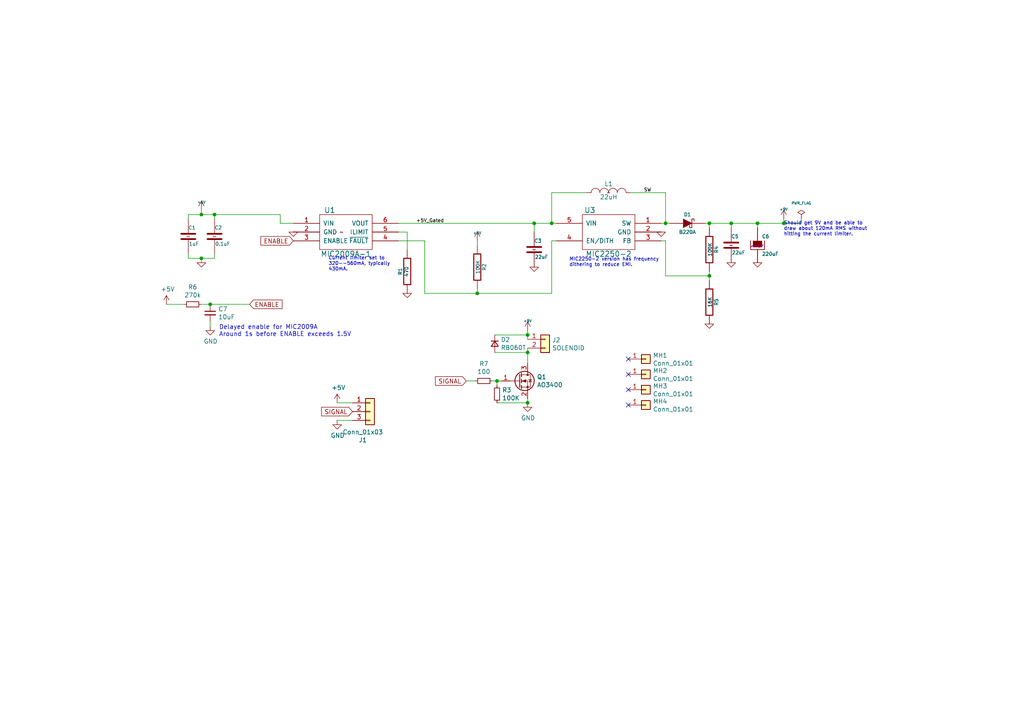
<source format=kicad_sch>
(kicad_sch (version 20230121) (generator eeschema)
  (paper "A4")
  (title_block (title "noname.sch") (date "11 aug 2014"))
  (lib_symbols
    (symbol "Connector_Generic:Conn_01x01" (pin_names (offset 1.016) hide)
      (property "Reference" "J" (at 0 2.54 0))
      (property "Value" "Conn_01x01" (at 0 -2.54 0))
      (symbol "Conn_01x01_1_1"
        (rectangle (start -1.27 0.127) (end 0 -0.127) (stroke (width 0.1524)))
        (rectangle (start -1.27 1.27) (end 1.27 -1.27) (stroke (width 0.254)) (fill (type background)))
        (pin passive line (at -5.08 0 0) (length 3.81) (name "Pin_1") (number "1"))
      )
    )
    (symbol "Connector_Generic:Conn_01x02" (pin_names (offset 1.016) hide)
      (property "Reference" "J" (at 0 2.54 0))
      (property "Value" "Conn_01x02" (at 0 -5.08 0))
      (symbol "Conn_01x02_1_1"
        (rectangle (start -1.27 -2.413) (end 0 -2.667) (stroke (width 0.1524)))
        (rectangle (start -1.27 0.127) (end 0 -0.127) (stroke (width 0.1524)))
        (rectangle (start -1.27 1.27) (end 1.27 -3.81) (stroke (width 0.254)) (fill (type background)))
        (pin passive line (at -5.08 0 0) (length 3.81) (name "Pin_1") (number "1"))
        (pin passive line (at -5.08 -2.54 0) (length 3.81) (name "Pin_2") (number "2"))
      )
    )
    (symbol "Connector_Generic:Conn_01x03" (pin_names (offset 1.016) hide)
      (property "Reference" "J" (at 0 5.08 0))
      (property "Value" "Conn_01x03" (at 0 -5.08 0))
      (symbol "Conn_01x03_1_1"
        (rectangle (start -1.27 -2.413) (end 0 -2.667) (stroke (width 0.1524)))
        (rectangle (start -1.27 0.127) (end 0 -0.127) (stroke (width 0.1524)))
        (rectangle (start -1.27 2.667) (end 0 2.413) (stroke (width 0.1524)))
        (rectangle (start -1.27 3.81) (end 1.27 -3.81) (stroke (width 0.254)) (fill (type background)))
        (pin passive line (at -5.08 2.54 0) (length 3.81) (name "Pin_1") (number "1"))
        (pin passive line (at -5.08 0 0) (length 3.81) (name "Pin_2") (number "2"))
        (pin passive line (at -5.08 -2.54 0) (length 3.81) (name "Pin_3") (number "3"))
      )
    )
    (symbol "Device:C_Small" (pin_numbers hide) (pin_names (offset 0.254) hide)
      (property "Reference" "C" (at 0.254 1.778 0))
      (property "Value" "C_Small" (at 0.254 -2.032 0))
      (symbol "C_Small_0_1"
        (polyline (pts (xy -1.524 -0.508) (xy 1.524 -0.508)) (stroke (width 0.3302)))
        (polyline (pts (xy -1.524 0.508) (xy 1.524 0.508)) (stroke (width 0.3048)))
      )
      (symbol "C_Small_1_1"
        (pin passive line (at 0 2.54 270) (length 2.032) (name "~") (number "1"))
        (pin passive line (at 0 -2.54 90) (length 2.032) (name "~") (number "2"))
      )
    )
    (symbol "Device:D_Small" (pin_numbers hide) (pin_names (offset 0.254) hide)
      (property "Reference" "D" (at -1.27 2.032 0))
      (property "Value" "D_Small" (at -3.81 -2.032 0))
      (symbol "D_Small_0_1"
        (polyline (pts (xy -0.762 -1.016) (xy -0.762 1.016)) (stroke (width 0.254)))
        (polyline (pts (xy -0.762 0) (xy 0.762 0)))
        (polyline (pts (xy 0.762 -1.016) (xy -0.762 0) (xy 0.762 1.016) (xy 0.762 -1.016)) (stroke (width 0.254)))
      )
      (symbol "D_Small_1_1"
        (pin passive line (at -2.54 0 0) (length 1.778) (name "K") (number "1"))
        (pin passive line (at 2.54 0 180) (length 1.778) (name "A") (number "2"))
      )
    )
    (symbol "Device:Q_NMOS_GSD" (pin_names (offset 0) hide)
      (property "Reference" "Q" (at 5.08 1.27 0))
      (property "Value" "Q_NMOS_GSD" (at 5.08 -1.27 0))
      (symbol "Q_NMOS_GSD_0_1"
        (polyline (pts (xy 0.254 0) (xy -2.54 0)))
        (polyline (pts (xy 0.254 1.905) (xy 0.254 -1.905)) (stroke (width 0.254)))
        (polyline (pts (xy 0.762 -1.27) (xy 0.762 -2.286)) (stroke (width 0.254)))
        (polyline (pts (xy 0.762 0.508) (xy 0.762 -0.508)) (stroke (width 0.254)))
        (polyline (pts (xy 0.762 2.286) (xy 0.762 1.27)) (stroke (width 0.254)))
        (polyline (pts (xy 2.54 2.54) (xy 2.54 1.778)))
        (polyline (pts (xy 2.54 -2.54) (xy 2.54 0) (xy 0.762 0)))
        (polyline (pts (xy 0.762 -1.778) (xy 3.302 -1.778) (xy 3.302 1.778) (xy 0.762 1.778)))
        (polyline (pts (xy 1.016 0) (xy 2.032 0.381) (xy 2.032 -0.381) (xy 1.016 0)) (fill (type outline)))
        (polyline (pts (xy 2.794 0.508) (xy 2.921 0.381) (xy 3.683 0.381) (xy 3.81 0.254)))
        (polyline (pts (xy 3.302 0.381) (xy 2.921 -0.254) (xy 3.683 -0.254) (xy 3.302 0.381)))
        (circle (center 1.651 0) (radius 2.794) (stroke (width 0.254)))
        (circle (center 2.54 -1.778) (radius 0.254) (fill (type outline)))
        (circle (center 2.54 1.778) (radius 0.254) (fill (type outline)))
      )
      (symbol "Q_NMOS_GSD_1_1"
        (pin input line (at -5.08 0 0) (length 2.54) (name "G") (number "1"))
        (pin passive line (at 2.54 -5.08 90) (length 2.54) (name "S") (number "2"))
        (pin passive line (at 2.54 5.08 270) (length 2.54) (name "D") (number "3"))
      )
    )
    (symbol "Device:R_Small" (pin_numbers hide) (pin_names (offset 0.254) hide)
      (property "Reference" "R" (at 0.762 0.508 0))
      (property "Value" "R_Small" (at 0.762 -1.016 0))
      (symbol "R_Small_0_1"
        (rectangle (start -0.762 1.778) (end 0.762 -1.778) (stroke (width 0.2032)))
      )
      (symbol "R_Small_1_1"
        (pin passive line (at 0 2.54 270) (length 0.762) (name "~") (number "1"))
        (pin passive line (at 0 -2.54 90) (length 0.762) (name "~") (number "2"))
      )
    )
    (symbol "power:+5V" (power) (pin_names (offset 0))
      (property "Value" "+5V" (at 0 3.556 0))
      (symbol "+5V_0_1"
        (polyline (pts (xy -0.762 1.27) (xy 0 2.54)))
        (polyline (pts (xy 0 0) (xy 0 2.54)))
        (polyline (pts (xy 0 2.54) (xy 0.762 1.27)))
      )
      (symbol "+5V_1_1"
        (pin power_in line (at 0 0 90) (length 0) hide (name "+5V") (number "1"))
      )
    )
    (symbol "power:+9V" (power) (pin_names (offset 0))
      (property "Value" "+9V" (at 0 3.556 0))
      (symbol "+9V_0_1"
        (polyline (pts (xy -0.762 1.27) (xy 0 2.54)))
        (polyline (pts (xy 0 0) (xy 0 2.54)))
        (polyline (pts (xy 0 2.54) (xy 0.762 1.27)))
      )
      (symbol "+9V_1_1"
        (pin power_in line (at 0 0 90) (length 0) hide (name "+9V") (number "1"))
      )
    )
    (symbol "power:GND" (power) (pin_names (offset 0))
      (property "Value" "GND" (at 0 -3.81 0))
      (symbol "GND_0_1"
        (polyline (pts (xy 0 0) (xy 0 -1.27) (xy 1.27 -1.27) (xy 0 -2.54) (xy -1.27 -1.27) (xy 0 -1.27)))
      )
      (symbol "GND_1_1"
        (pin power_in line (at 0 0 270) (length 0) hide (name "GND") (number "1"))
      )
    )
    (symbol "power:PWR_FLAG" (power) (pin_numbers hide) (pin_names (offset 0) hide)
      (property "Value" "PWR_FLAG" (at 0 3.81 0))
      (symbol "PWR_FLAG_0_0"
        (pin power_out line (at 0 0 90) (length 0) (name "pwr") (number "1"))
      )
      (symbol "PWR_FLAG_0_1"
        (polyline (pts (xy 0 0) (xy 0 1.27) (xy -1.016 1.905) (xy 0 2.54) (xy 1.016 1.905) (xy 0 1.27)))
      )
    )
    (symbol "solenoid-driver-rescue:C" (pin_numbers hide) (pin_names (offset 0.254))
      (property "Reference" "C" (at 0 2.54 0))
      (property "Value" "C" (at 0.1524 -2.159 0))
      (symbol "C_0_1"
        (polyline (pts (xy -2.032 -0.762) (xy 2.032 -0.762)) (stroke (width 0.508)))
        (polyline (pts (xy -2.032 0.762) (xy 2.032 0.762)) (stroke (width 0.508)))
      )
      (symbol "C_1_1"
        (pin passive line (at 0 5.08 270) (length 4.318) (name "~") (number "1"))
        (pin passive line (at 0 -5.08 90) (length 4.318) (name "~") (number "2"))
      )
    )
    (symbol "solenoid-driver-rescue:CP" (pin_numbers hide) (pin_names (offset 0.254) hide)
      (property "Reference" "C" (at 1.27 2.54 0))
      (property "Value" "CP" (at 1.27 -2.54 0))
      (symbol "CP_0_1"
        (polyline (pts (xy -2.032 1.27) (xy -2.032 -1.27) (xy 2.032 -1.27) (xy 2.032 1.27)) (stroke (width 0.2032)))
        (polyline (pts (xy -1.27 1.27) (xy -1.27 -0.508) (xy 1.27 -0.508) (xy 1.27 1.27)) (fill (type outline)))
      )
      (symbol "CP_1_1"
        (pin passive line (at 0 5.08 270) (length 3.81) (name "~") (number "1"))
        (pin passive line (at 0 -5.08 90) (length 3.81) (name "~") (number "2"))
      )
    )
    (symbol "solenoid-driver-rescue:DIODESCH" (pin_numbers hide) (pin_names (offset 1.016) hide)
      (property "Reference" "D" (at 0 2.54 0))
      (property "Value" "DIODESCH" (at 0 -2.54 0))
      (symbol "DIODESCH_0_1"
        (polyline (pts (xy -1.27 1.27) (xy 1.27 0) (xy -1.27 -1.27)) (fill (type outline)))
        (polyline (pts (xy 1.905 0.635) (xy 1.905 1.27) (xy 1.27 1.27) (xy 1.27 -1.27) (xy 0.635 -1.27) (xy 0.635 -0.635)) (stroke (width 0.2032)))
      )
      (symbol "DIODESCH_1_1"
        (pin passive line (at -5.08 0 0) (length 3.81) (name "A") (number "1"))
        (pin passive line (at 5.08 0 180) (length 3.81) (name "K") (number "2"))
      )
    )
    (symbol "solenoid-driver-rescue:GND" (power) (pin_names (offset 0))
      (symbol "GND_0_1"
        (polyline (pts (xy -1.27 0) (xy 0 -1.27) (xy 1.27 0) (xy -1.27 0)))
      )
      (symbol "GND_1_1"
        (pin power_in line (at 0 0 90) (length 0) hide (name "GND") (number "1"))
      )
    )
    (symbol "solenoid-driver-rescue:INDUCTOR_SMALL" (pin_numbers hide) (pin_names (offset 0) hide)
      (property "Reference" "L" (at 0 2.54 0))
      (property "Value" "INDUCTOR_SMALL" (at 0 -1.27 0))
      (symbol "INDUCTOR_SMALL_0_1"
        (arc (start -2.54 0) (mid -3.81 1.2645) (end -5.08 0))
        (arc (start 0 0) (mid -1.27 1.2645) (end -2.54 0))
        (arc (start 2.54 0) (mid 1.27 1.2645) (end 0 0))
        (arc (start 5.08 0) (mid 3.81 1.2645) (end 2.54 0))
      )
      (symbol "INDUCTOR_SMALL_1_1"
        (pin input line (at -6.35 0 0) (length 1.27) (name "1") (number "1"))
        (pin input line (at 6.35 0 180) (length 1.27) (name "2") (number "2"))
      )
    )
    (symbol "solenoid-driver-rescue:MIC2009A" (pin_names (offset 1.016))
      (property "Reference" "U" (at -6.35 6.35 0))
      (property "Value" "MIC2009A" (at 0 -6.35 0))
      (symbol "MIC2009A_0_1"
        (rectangle (start -7.62 5.08) (end 7.62 -5.08))
      )
      (symbol "MIC2009A_1_1"
        (pin power_in line (at -15.24 2.54 0) (length 7.62) (name "VIN") (number "1"))
        (pin power_in line (at -15.24 0 0) (length 7.62) (name "GND") (number "2"))
        (pin input line (at -15.24 -2.54 0) (length 7.62) (name "ENABLE") (number "3"))
        (pin open_collector line (at 15.24 -2.54 180) (length 7.62) (name "~{FAULT}") (number "4"))
        (pin passive line (at 15.24 0 180) (length 7.62) (name "ILIMIT") (number "5"))
        (pin power_out line (at 15.24 2.54 180) (length 7.62) (name "VOUT") (number "6"))
      )
    )
    (symbol "solenoid-driver-rescue:MIC2250" (pin_names (offset 1.016))
      (property "Reference" "U" (at -6.35 6.35 0))
      (property "Value" "MIC2250" (at 0 -6.35 0))
      (symbol "MIC2250_0_1"
        (rectangle (start -7.62 5.08) (end 7.62 -5.08))
      )
      (symbol "MIC2250_1_1"
        (pin open_collector line (at -15.24 2.54 0) (length 7.62) (name "SW") (number "1"))
        (pin power_in line (at -15.24 0 0) (length 7.62) (name "GND") (number "2"))
        (pin input line (at -15.24 -2.54 0) (length 7.62) (name "FB") (number "3"))
        (pin input line (at 15.24 -2.54 180) (length 7.62) (name "EN/DITH") (number "4"))
        (pin power_in line (at 15.24 2.54 180) (length 7.62) (name "VIN") (number "5"))
      )
    )
    (symbol "solenoid-driver-rescue:R" (pin_numbers hide) (pin_names (offset 0))
      (property "Reference" "R" (at 2.032 0 90))
      (property "Value" "R" (at 0.1778 0.0254 90))
      (symbol "R_0_1"
        (rectangle (start -1.016 3.81) (end 1.016 -3.81) (stroke (width 0.3048)))
      )
      (symbol "R_1_1"
        (pin passive line (at 0 6.35 270) (length 2.54) (name "~") (number "1"))
        (pin passive line (at 0 -6.35 90) (length 2.54) (name "~") (number "2"))
      )
    )
  )
  (junction (at 205.74 64.77))
  (junction (at 160.02 64.77))
  (junction (at 62.23 62.23))
  (junction (at 153.035 116.84))
  (junction (at 58.42 62.23))
  (junction (at 138.43 85.09))
  (junction (at 154.94 64.77))
  (junction (at 153.035 102.235))
  (junction (at 212.09 64.77))
  (junction (at 144.145 110.49))
  (junction (at 227.33 64.77))
  (junction (at 153.035 97.155))
  (junction (at 219.71 64.77))
  (junction (at 193.04 64.77))
  (junction (at 205.74 80.01))
  (junction (at 58.42 74.93))
  (junction (at 60.96 88.265))
  (no_connect (at 182.245 108.585))
  (no_connect (at 182.245 104.14))
  (no_connect (at 182.245 117.475))
  (no_connect (at 182.245 113.03))
  (wire (pts (xy 58.42 62.23) (xy 62.23 62.23)))
  (wire (pts (xy 54.61 73.66) (xy 54.61 74.93)))
  (wire (pts (xy 153.035 115.57) (xy 153.035 116.84)))
  (wire (pts (xy 60.96 88.265) (xy 72.39 88.265)))
  (wire (pts (xy 205.74 64.77) (xy 212.09 64.77)))
  (wire (pts (xy 193.04 64.77) (xy 193.04 55.88)))
  (wire (pts (xy 205.74 64.77) (xy 205.74 66.04)))
  (wire (pts (xy 160.02 55.88) (xy 170.18 55.88)))
  (wire (pts (xy 138.43 83.82) (xy 138.43 85.09)))
  (wire (pts (xy 153.035 102.235) (xy 153.035 105.41)))
  (wire (pts (xy 135.255 110.49) (xy 137.795 110.49)))
  (wire (pts (xy 154.94 64.77) (xy 154.94 67.31)))
  (wire (pts (xy 191.77 64.77) (xy 193.04 64.77)))
  (wire (pts (xy 153.035 97.155) (xy 153.035 98.425)))
  (wire (pts (xy 219.71 66.04) (xy 219.71 64.77)))
  (wire (pts (xy 81.28 62.23) (xy 81.28 64.77)))
  (wire (pts (xy 193.04 55.88) (xy 182.88 55.88)))
  (wire (pts (xy 144.145 110.49) (xy 142.875 110.49)))
  (wire (pts (xy 62.23 74.93) (xy 62.23 73.66)))
  (wire (pts (xy 138.43 85.09) (xy 160.02 85.09)))
  (wire (pts (xy 193.04 64.77) (xy 194.31 64.77)))
  (wire (pts (xy 204.47 64.77) (xy 205.74 64.77)))
  (wire (pts (xy 143.51 97.155) (xy 153.035 97.155)))
  (wire (pts (xy 58.42 74.93) (xy 62.23 74.93)))
  (wire (pts (xy 205.74 78.74) (xy 205.74 80.01)))
  (wire (pts (xy 62.23 62.23) (xy 81.28 62.23)))
  (wire (pts (xy 160.02 64.77) (xy 160.02 55.88)))
  (wire (pts (xy 232.41 64.77) (xy 232.41 63.5)))
  (wire (pts (xy 219.71 64.77) (xy 227.33 64.77)))
  (wire (pts (xy 54.61 74.93) (xy 58.42 74.93)))
  (wire (pts (xy 58.42 60.96) (xy 58.42 62.23)))
  (wire (pts (xy 154.94 64.77) (xy 160.02 64.77)))
  (wire (pts (xy 48.26 88.265) (xy 53.34 88.265)))
  (wire (pts (xy 144.145 111.76) (xy 144.145 110.49)))
  (wire (pts (xy 138.43 69.85) (xy 138.43 71.12)))
  (wire (pts (xy 205.74 80.01) (xy 193.04 80.01)))
  (wire (pts (xy 123.19 69.85) (xy 115.57 69.85)))
  (wire (pts (xy 212.09 64.77) (xy 212.09 66.04)))
  (wire (pts (xy 58.42 88.265) (xy 60.96 88.265)))
  (wire (pts (xy 160.02 64.77) (xy 161.29 64.77)))
  (wire (pts (xy 160.02 69.85) (xy 161.29 69.85)))
  (wire (pts (xy 60.96 94.615) (xy 60.96 93.345)))
  (wire (pts (xy 153.035 95.885) (xy 153.035 97.155)))
  (wire (pts (xy 193.04 80.01) (xy 193.04 69.85)))
  (wire (pts (xy 123.19 85.09) (xy 138.43 85.09)))
  (wire (pts (xy 205.74 80.01) (xy 205.74 81.28)))
  (wire (pts (xy 97.79 116.84) (xy 102.235 116.84)))
  (wire (pts (xy 153.035 102.235) (xy 143.51 102.235)))
  (wire (pts (xy 118.11 67.31) (xy 118.11 72.39)))
  (wire (pts (xy 227.33 64.77) (xy 232.41 64.77)))
  (wire (pts (xy 62.23 62.23) (xy 62.23 63.5)))
  (wire (pts (xy 115.57 64.77) (xy 154.94 64.77)))
  (wire (pts (xy 193.04 69.85) (xy 191.77 69.85)))
  (wire (pts (xy 115.57 67.31) (xy 118.11 67.31)))
  (wire (pts (xy 160.02 85.09) (xy 160.02 69.85)))
  (wire (pts (xy 81.28 64.77) (xy 85.09 64.77)))
  (wire (pts (xy 54.61 62.23) (xy 58.42 62.23)))
  (wire (pts (xy 153.035 116.84) (xy 144.145 116.84)))
  (wire (pts (xy 212.09 64.77) (xy 219.71 64.77)))
  (wire (pts (xy 145.415 110.49) (xy 144.145 110.49)))
  (wire (pts (xy 227.33 64.77) (xy 227.33 63.5)))
  (wire (pts (xy 153.035 100.965) (xy 153.035 102.235)))
  (wire (pts (xy 58.42 74.93) (xy 58.42 76.2)))
  (wire (pts (xy 97.79 121.92) (xy 102.235 121.92)))
  (wire (pts (xy 54.61 63.5) (xy 54.61 62.23)))
  (wire (pts (xy 123.19 69.85) (xy 123.19 85.09)))
  (text "Current limiter set to\n320--560mA, typically\n430mA." (at 95.25 78.74 0) (effects (font (size 0.9906 0.9906)) (justify left bottom)))
  (text "MIC2250-2 version has frequency\ndithering to reduce EMI." (at 165.1 77.47 0) (effects (font (size 0.9906 0.9906)) (justify left bottom)))
  (text "Delayed enable for MIC2009A\nAround 1s before ENABLE exceeds 1.5V" (at 63.5 97.79 0) (effects (font (size 1.27 1.27)) (justify left bottom)))
  (text "Should get 9V and be able to\ndraw about 120mA RMS without\nhitting the current limiter." (at 227.33 68.58 0) (effects (font (size 0.9906 0.9906)) (justify left bottom)))
  (label "+5V_Gated" (at 120.65 64.77 0) (effects (font (size 0.9906 0.9906))))
  (label "SW" (at 186.69 55.88 0) (effects (font (size 0.9906 0.9906))))
  (global_label "ENABLE" (shape input) (at 85.09 69.85 180) (property "Intersheetrefs" "${INTERSHEET_REFS}" (effects hide)))
  (global_label "ENABLE" (shape input) (at 72.39 88.265 0) (property "Intersheetrefs" "${INTERSHEET_REFS}" (effects hide)))
  (global_label "SIGNAL" (shape input) (at 135.255 110.49 180) (property "Intersheetrefs" "${INTERSHEET_REFS}" (effects hide)))
  (global_label "SIGNAL" (shape input) (at 102.235 119.38 180) (property "Intersheetrefs" "${INTERSHEET_REFS}" (effects hide)))
  (symbol (lib_id "solenoid-driver-rescue:C") (at 62.23 68.58 0) (unit 1)
    (property "Reference" "C2" (at 62.23 66.04 0) (effects (font (size 1.016 1.016)) (justify left)))
    (property "Value" "0.1uF" (at 62.3824 70.739 0) (effects (font (size 1.016 1.016)) (justify left)))
    (property "Footprint" "Capacitor_SMD:C_0805_2012Metric" (effects hide))
    (property "Datasheet" "~" (at 62.23 68.58 0) (effects (font (size 1.524 1.524))))
  )
  (symbol (lib_id "solenoid-driver-rescue:GND") (at 85.09 67.31 0) (unit 1)
    (property "Reference" "#PWR03" (effects hide))
    (property "Value" "GND" (effects hide))
  )
  (symbol (lib_id "solenoid-driver-rescue:MIC2009A") (at 100.33 67.31 0) (unit 1)
    (property "Reference" "U1" (at 93.98 60.96 0) (effects (font (size 1.524 1.524)) (justify left)))
    (property "Value" "MIC2009A-1" (at 100.33 73.66 0) (effects (font (size 1.524 1.524))))
    (property "Footprint" "Package_TO_SOT_SMD:SOT-23-6" (effects hide))
    (property "Datasheet" "~" (at 99.06 67.31 0) (effects (font (size 1.524 1.524))))
  )
  (symbol (lib_id "solenoid-driver-rescue:GND") (at 58.42 76.2 0) (unit 1)
    (property "Reference" "#PWR05" (effects hide))
    (property "Value" "GND" (effects hide))
  )
  (symbol (lib_id "solenoid-driver-rescue:R") (at 118.11 78.74 180) (unit 1)
    (property "Reference" "R1" (at 116.078 78.74 90) (effects (font (size 1.016 1.016))))
    (property "Value" "470" (at 117.9322 78.7654 90) (effects (font (size 1.016 1.016))))
    (property "Footprint" "Resistor_SMD:R_0805_2012Metric" (effects hide))
    (property "Datasheet" "~" (at 118.11 78.74 0) (effects (font (size 0.762 0.762))))
  )
  (symbol (lib_id "solenoid-driver-rescue:GND") (at 118.11 85.09 0) (unit 1)
    (property "Reference" "#PWR06" (effects hide))
    (property "Value" "GND" (effects hide))
  )
  (symbol (lib_id "solenoid-driver-rescue:R") (at 138.43 77.47 0) (unit 1)
    (property "Reference" "R2" (at 140.462 77.47 90) (effects (font (size 1.016 1.016))))
    (property "Value" "100K" (at 138.6078 77.4446 90) (effects (font (size 1.016 1.016))))
    (property "Footprint" "Resistor_SMD:R_0805_2012Metric" (effects hide))
    (property "Datasheet" "~" (at 138.43 77.47 0) (effects (font (size 0.762 0.762))))
  )
  (symbol (lib_id "power:+5V") (at 138.43 69.85 0) (unit 1)
    (property "Reference" "#PWR07" (effects hide))
    (property "Value" "+5V" (at 138.43 67.564 0) (effects (font (size 0.762 0.762))))
  )
  (symbol (lib_id "solenoid-driver-rescue:MIC2250") (at 176.53 67.31 0) (mirror y) (unit 1)
    (property "Reference" "U3" (at 172.72 60.96 0) (effects (font (size 1.524 1.524)) (justify left)))
    (property "Value" "MIC2250-2" (at 176.53 73.66 0) (effects (font (size 1.524 1.524))))
    (property "Footprint" "Package_TO_SOT_SMD:SOT-23-5" (effects hide))
  )
  (symbol (lib_id "solenoid-driver-rescue:C") (at 54.61 68.58 0) (unit 1)
    (property "Reference" "C1" (at 54.61 66.04 0) (effects (font (size 1.016 1.016)) (justify left)))
    (property "Value" "1uF" (at 54.7624 70.739 0) (effects (font (size 1.016 1.016)) (justify left)))
    (property "Footprint" "Capacitor_SMD:C_0805_2012Metric" (effects hide))
    (property "Datasheet" "~" (at 54.61 68.58 0) (effects (font (size 1.524 1.524))))
  )
  (symbol (lib_id "power:+5V") (at 58.42 60.96 0) (unit 1)
    (property "Reference" "#PWR08" (effects hide))
    (property "Value" "+5V" (at 58.42 58.674 0) (effects (font (size 0.762 0.762))))
  )
  (symbol (lib_id "solenoid-driver-rescue:C") (at 154.94 72.39 0) (unit 1)
    (property "Reference" "C3" (at 154.94 69.85 0) (effects (font (size 1.016 1.016)) (justify left)))
    (property "Value" "22uF" (at 155.0924 74.549 0) (effects (font (size 1.016 1.016)) (justify left)))
    (property "Footprint" "Capacitor_SMD:C_1206_3216Metric" (effects hide))
    (property "Datasheet" "~" (at 154.94 72.39 0) (effects (font (size 1.524 1.524))))
  )
  (symbol (lib_id "solenoid-driver-rescue:GND") (at 191.77 67.31 0) (unit 1)
    (property "Reference" "#PWR09" (effects hide))
    (property "Value" "GND" (effects hide))
  )
  (symbol (lib_id "solenoid-driver-rescue:GND") (at 154.94 77.47 0) (unit 1)
    (property "Reference" "#PWR010" (effects hide))
    (property "Value" "GND" (effects hide))
  )
  (symbol (lib_id "solenoid-driver-rescue:INDUCTOR_SMALL") (at 176.53 55.88 0) (unit 1)
    (property "Reference" "L1" (at 176.53 53.34 0))
    (property "Value" "22uH" (at 176.53 57.15 0))
    (property "Footprint" "Inductor_SMD:L_12x12mm_H6mm" (effects hide))
    (property "Datasheet" "~" (at 176.53 55.88 0) (effects (font (size 1.524 1.524))))
  )
  (symbol (lib_id "solenoid-driver-rescue:DIODESCH") (at 199.39 64.77 0) (unit 1)
    (property "Reference" "D1" (at 199.39 62.23 0) (effects (font (size 1.016 1.016))))
    (property "Value" "B220A" (at 199.39 67.31 0) (effects (font (size 1.016 1.016))))
    (property "Footprint" "Diode_SMD:D_SMA" (effects hide))
    (property "Datasheet" "~" (at 199.39 64.77 0) (effects (font (size 1.524 1.524))))
  )
  (symbol (lib_id "solenoid-driver-rescue:R") (at 205.74 72.39 0) (unit 1)
    (property "Reference" "R4" (at 207.772 72.39 90) (effects (font (size 1.016 1.016))))
    (property "Value" "100K" (at 205.9178 72.3646 90) (effects (font (size 1.016 1.016))))
    (property "Footprint" "Resistor_SMD:R_0805_2012Metric" (effects hide))
    (property "Datasheet" "~" (at 205.74 72.39 0) (effects (font (size 0.762 0.762))))
  )
  (symbol (lib_id "solenoid-driver-rescue:R") (at 205.74 87.63 0) (unit 1)
    (property "Reference" "R5" (at 207.772 87.63 90) (effects (font (size 1.016 1.016))))
    (property "Value" "16K" (at 205.9178 87.6046 90) (effects (font (size 1.016 1.016))))
    (property "Footprint" "Resistor_SMD:R_0805_2012Metric" (effects hide))
    (property "Datasheet" "~" (at 205.74 87.63 0) (effects (font (size 0.762 0.762))))
  )
  (symbol (lib_id "solenoid-driver-rescue:GND") (at 205.74 93.98 0) (unit 1)
    (property "Reference" "#PWR011" (effects hide))
    (property "Value" "GND" (effects hide))
  )
  (symbol (lib_id "solenoid-driver-rescue:C") (at 212.09 71.12 0) (unit 1)
    (property "Reference" "C5" (at 212.09 68.58 0) (effects (font (size 1.016 1.016)) (justify left)))
    (property "Value" "22uF" (at 212.2424 73.279 0) (effects (font (size 1.016 1.016)) (justify left)))
    (property "Footprint" "Capacitor_SMD:C_1206_3216Metric" (effects hide))
    (property "Datasheet" "~" (at 212.09 71.12 0) (effects (font (size 1.524 1.524))))
  )
  (symbol (lib_id "solenoid-driver-rescue:GND") (at 212.09 76.2 0) (unit 1)
    (property "Reference" "#PWR012" (effects hide))
    (property "Value" "GND" (effects hide))
  )
  (symbol (lib_id "solenoid-driver-rescue:CP") (at 219.71 71.12 0) (unit 1)
    (property "Reference" "C6" (at 220.98 68.58 0) (effects (font (size 1.016 1.016)) (justify left)))
    (property "Value" "220uF" (at 220.98 73.66 0) (effects (font (size 1.016 1.016)) (justify left)))
    (property "Footprint" "Capacitor_SMD:CP_Elec_6.3x7.7" (effects hide))
    (property "Datasheet" "~" (at 219.71 71.12 0) (effects (font (size 7.62 7.62))))
  )
  (symbol (lib_id "solenoid-driver-rescue:GND") (at 219.71 76.2 0) (unit 1)
    (property "Reference" "#PWR013" (effects hide))
    (property "Value" "GND" (effects hide))
  )
  (symbol (lib_id "power:PWR_FLAG") (at 232.41 63.5 0) (unit 1)
    (property "Reference" "#FLG016" (effects hide))
    (property "Value" "PWR_FLAG" (at 232.41 58.928 0) (effects (font (size 0.762 0.762))))
  )
  (symbol (lib_id "power:+9V") (at 227.33 63.5 0) (unit 1)
    (property "Reference" "#PWR017" (effects hide))
    (property "Value" "+9V" (at 227.33 60.706 0) (effects (font (size 0.762 0.762))))
  )
  (symbol (lib_id "power:+9V") (at 153.035 95.885 0) (unit 1)
    (property "Reference" "#PWR018" (effects hide))
    (property "Value" "+9V" (at 153.035 93.091 0) (effects (font (size 0.762 0.762))))
  )
  (symbol (lib_id "Connector_Generic:Conn_01x03") (at 107.315 119.38 0) (unit 1)
    (property "Reference" "J1" (at 105.2322 127.635 0))
    (property "Value" "Conn_01x03" (at 105.2322 125.3236 0))
    (property "Footprint" "random-keyboard-parts:JST-SR-3" (effects hide))
  )
  (symbol (lib_id "power:+5V") (at 97.79 116.84 0) (unit 1)
    (property "Reference" "#PWR0101" (effects hide))
    (property "Value" "+5V" (at 98.171 112.4458 0))
  )
  (symbol (lib_id "power:GND") (at 97.79 121.92 0) (unit 1)
    (property "Reference" "#PWR0102" (effects hide))
    (property "Value" "GND" (at 97.917 126.3142 0))
  )
  (symbol (lib_id "Connector_Generic:Conn_01x02") (at 158.115 98.425 0) (unit 1)
    (property "Reference" "J2" (at 160.147 98.6282 0) (effects (justify left)))
    (property "Value" "SOLENOID" (at 160.147 100.9396 0) (effects (justify left)))
    (property "Footprint" "Connector_PinHeader_2.54mm:PinHeader_1x02_P2.54mm_Vertical" (effects hide))
  )
  (symbol (lib_id "Connector_Generic:Conn_01x01") (at 187.325 104.14 0) (unit 1)
    (property "Reference" "MH1" (at 189.357 103.0732 0) (effects (justify left)))
    (property "Value" "Conn_01x01" (at 189.357 105.3846 0) (effects (justify left)))
    (property "Footprint" "random-keyboard-parts:Generic-Mounthole" (effects hide))
  )
  (symbol (lib_id "Connector_Generic:Conn_01x01") (at 187.325 108.585 0) (unit 1)
    (property "Reference" "MH2" (at 189.357 107.5182 0) (effects (justify left)))
    (property "Value" "Conn_01x01" (at 189.357 109.8296 0) (effects (justify left)))
    (property "Footprint" "random-keyboard-parts:Generic-Mounthole" (effects hide))
  )
  (symbol (lib_id "Connector_Generic:Conn_01x01") (at 187.325 113.03 0) (unit 1)
    (property "Reference" "MH3" (at 189.357 111.9632 0) (effects (justify left)))
    (property "Value" "Conn_01x01" (at 189.357 114.2746 0) (effects (justify left)))
    (property "Footprint" "random-keyboard-parts:Generic-Mounthole" (effects hide))
  )
  (symbol (lib_id "Connector_Generic:Conn_01x01") (at 187.325 117.475 0) (unit 1)
    (property "Reference" "MH4" (at 189.357 116.4082 0) (effects (justify left)))
    (property "Value" "Conn_01x01" (at 189.357 118.7196 0) (effects (justify left)))
    (property "Footprint" "random-keyboard-parts:Generic-Mounthole" (effects hide))
  )
  (symbol (lib_id "Device:C_Small") (at 60.96 90.805 0) (unit 1)
    (property "Reference" "C7" (at 63.2968 89.6366 0) (effects (justify left)))
    (property "Value" "10uF" (at 63.2968 91.948 0) (effects (justify left)))
    (property "Footprint" "Capacitor_SMD:C_0805_2012Metric" (effects hide))
  )
  (symbol (lib_id "Device:R_Small") (at 55.88 88.265 270) (unit 1)
    (property "Reference" "R6" (at 55.88 83.2866 90))
    (property "Value" "270k" (at 55.88 85.598 90))
    (property "Footprint" "Resistor_SMD:R_0805_2012Metric" (effects hide))
  )
  (symbol (lib_id "power:GND") (at 60.96 94.615 0) (unit 1)
    (property "Reference" "#PWR0103" (effects hide))
    (property "Value" "GND" (at 61.087 99.0092 0))
  )
  (symbol (lib_id "power:+5V") (at 48.26 88.265 0) (unit 1)
    (property "Reference" "#PWR0104" (effects hide))
    (property "Value" "+5V" (at 48.641 83.8708 0))
  )
  (symbol (lib_id "Device:Q_NMOS_GSD") (at 150.495 110.49 0) (unit 1)
    (property "Reference" "Q1" (at 155.7274 109.3216 0) (effects (justify left)))
    (property "Value" "AO3400" (at 155.7274 111.633 0) (effects (justify left)))
    (property "Footprint" "Package_TO_SOT_SMD:SOT-23" (effects hide))
  )
  (symbol (lib_id "Device:R_Small") (at 140.335 110.49 270) (unit 1)
    (property "Reference" "R7" (at 140.335 105.5116 90))
    (property "Value" "100" (at 140.335 107.823 90))
    (property "Footprint" "Resistor_SMD:R_0805_2012Metric" (effects hide))
  )
  (symbol (lib_id "Device:R_Small") (at 144.145 114.3 180) (unit 1)
    (property "Reference" "R3" (at 145.6436 113.1316 0) (effects (justify right)))
    (property "Value" "100K" (at 145.6436 115.443 0) (effects (justify right)))
    (property "Footprint" "Resistor_SMD:R_0805_2012Metric" (effects hide))
  )
  (symbol (lib_id "power:GND") (at 153.035 116.84 0) (unit 1)
    (property "Reference" "#PWR0105" (effects hide))
    (property "Value" "GND" (at 153.162 121.2342 0))
  )
  (symbol (lib_id "Device:D_Small") (at 143.51 99.695 270) (unit 1)
    (property "Reference" "D2" (at 145.2372 98.5266 90) (effects (justify left)))
    (property "Value" "RB060T" (at 145.2372 100.838 90) (effects (justify left)))
    (property "Footprint" "Diode_SMD:D_SOD-123" (effects hide))
  )
)
</source>
